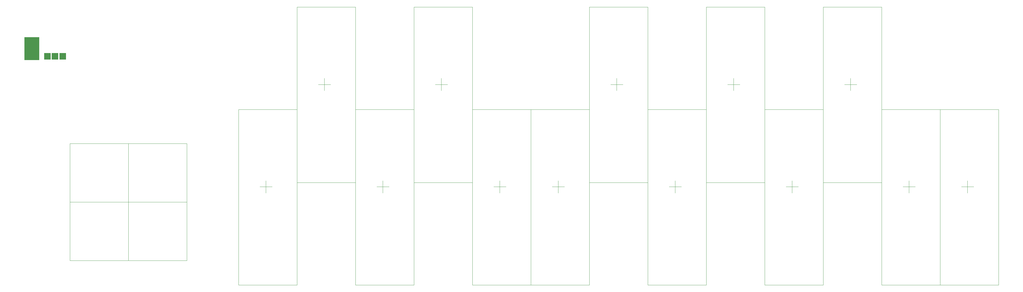
<source format=gbr>
G04 #@! TF.GenerationSoftware,KiCad,Pcbnew,8.0.3*
G04 #@! TF.CreationDate,2024-07-07T23:06:26-07:00*
G04 #@! TF.ProjectId,melokey,6d656c6f-6b65-4792-9e6b-696361645f70,rev?*
G04 #@! TF.SameCoordinates,Original*
G04 #@! TF.FileFunction,OtherDrawing,Comment*
%FSLAX46Y46*%
G04 Gerber Fmt 4.6, Leading zero omitted, Abs format (unit mm)*
G04 Created by KiCad (PCBNEW 8.0.3) date 2024-07-07 23:06:26*
%MOMM*%
%LPD*%
G01*
G04 APERTURE LIST*
%ADD10C,0.100000*%
G04 APERTURE END LIST*
D10*
G04 #@! TO.C,SW9*
X147478750Y-143192500D02*
X166528750Y-143192500D01*
X147478750Y-200342500D02*
X147478750Y-143192500D01*
X166528750Y-143192500D02*
X166528750Y-200342500D01*
X166528750Y-200342500D02*
X147478750Y-200342500D01*
G04 #@! TO.C,SW17*
X92551250Y-206693750D02*
X92551250Y-225743750D01*
X92551250Y-225743750D02*
X111601250Y-225743750D01*
X111601250Y-206693750D02*
X92551250Y-206693750D01*
X111601250Y-225743750D02*
X111601250Y-206693750D01*
G04 #@! TO.C,SW8*
X357028750Y-176530000D02*
X376078750Y-176530000D01*
X357028750Y-233680000D02*
X357028750Y-176530000D01*
X376078750Y-176530000D02*
X376078750Y-233680000D01*
X376078750Y-233680000D02*
X357028750Y-233680000D01*
G04 #@! TO.C,REF\u002A\u002A*
X346883750Y-203730000D02*
X346883750Y-199730000D01*
X348883750Y-201730000D02*
X344883750Y-201730000D01*
X327833750Y-170392500D02*
X327833750Y-166392500D01*
X329833750Y-168392500D02*
X325833750Y-168392500D01*
X175433750Y-203730000D02*
X175433750Y-199730000D01*
X177433750Y-201730000D02*
X173433750Y-201730000D01*
G04 #@! TO.C,SW2*
X166528750Y-176530000D02*
X185578750Y-176530000D01*
X166528750Y-233680000D02*
X166528750Y-176530000D01*
X185578750Y-176530000D02*
X185578750Y-233680000D01*
X185578750Y-233680000D02*
X166528750Y-233680000D01*
G04 #@! TO.C,SW13*
X318928750Y-143192500D02*
X337978750Y-143192500D01*
X318928750Y-200342500D02*
X318928750Y-143192500D01*
X337978750Y-143192500D02*
X337978750Y-200342500D01*
X337978750Y-200342500D02*
X318928750Y-200342500D01*
G04 #@! TO.C,SW10*
X185578750Y-143192500D02*
X204628750Y-143192500D01*
X185578750Y-200342500D02*
X185578750Y-143192500D01*
X204628750Y-143192500D02*
X204628750Y-200342500D01*
X204628750Y-200342500D02*
X185578750Y-200342500D01*
G04 #@! TO.C,REF\u002A\u002A*
X308783750Y-203730000D02*
X308783750Y-199730000D01*
X310783750Y-201730000D02*
X306783750Y-201730000D01*
X270683750Y-203730000D02*
X270683750Y-199730000D01*
X272683750Y-201730000D02*
X268683750Y-201730000D01*
G04 #@! TO.C,SW16*
X73501250Y-206693750D02*
X73501250Y-225743750D01*
X73501250Y-225743750D02*
X92551250Y-225743750D01*
X92551250Y-206693750D02*
X73501250Y-206693750D01*
X92551250Y-225743750D02*
X92551250Y-206693750D01*
G04 #@! TO.C,SW15*
X92551250Y-187643750D02*
X92551250Y-206693750D01*
X92551250Y-206693750D02*
X111601250Y-206693750D01*
X111601250Y-187643750D02*
X92551250Y-187643750D01*
X111601250Y-206693750D02*
X111601250Y-187643750D01*
G04 #@! TO.C,SW12*
X280828750Y-143192500D02*
X299878750Y-143192500D01*
X280828750Y-200342500D02*
X280828750Y-143192500D01*
X299878750Y-143192500D02*
X299878750Y-200342500D01*
X299878750Y-200342500D02*
X280828750Y-200342500D01*
G04 #@! TO.C,REF\u002A\u002A*
X156383750Y-170392500D02*
X156383750Y-166392500D01*
X158383750Y-168392500D02*
X154383750Y-168392500D01*
G04 #@! TO.C,SW3*
X204628750Y-176530000D02*
X223678750Y-176530000D01*
X204628750Y-233680000D02*
X204628750Y-176530000D01*
X223678750Y-176530000D02*
X223678750Y-233680000D01*
X223678750Y-233680000D02*
X204628750Y-233680000D01*
G04 #@! TO.C,SW7*
X337978750Y-176530000D02*
X357028750Y-176530000D01*
X337978750Y-233680000D02*
X337978750Y-176530000D01*
X357028750Y-176530000D02*
X357028750Y-233680000D01*
X357028750Y-233680000D02*
X337978750Y-233680000D01*
G04 #@! TO.C,REF\u002A\u002A*
X194483750Y-170392500D02*
X194483750Y-166392500D01*
X196483750Y-168392500D02*
X192483750Y-168392500D01*
X213533750Y-203730000D02*
X213533750Y-199730000D01*
X215533750Y-201730000D02*
X211533750Y-201730000D01*
X251633750Y-170392500D02*
X251633750Y-166392500D01*
X253633750Y-168392500D02*
X249633750Y-168392500D01*
G04 #@! TO.C,SW1*
X128428750Y-176530000D02*
X147478750Y-176530000D01*
X128428750Y-233680000D02*
X128428750Y-176530000D01*
X147478750Y-176530000D02*
X147478750Y-233680000D01*
X147478750Y-233680000D02*
X128428750Y-233680000D01*
G04 #@! TO.C,SW4*
X223678750Y-176530000D02*
X242728750Y-176530000D01*
X223678750Y-233680000D02*
X223678750Y-176530000D01*
X242728750Y-176530000D02*
X242728750Y-233680000D01*
X242728750Y-233680000D02*
X223678750Y-233680000D01*
G04 #@! TO.C,REF\u002A\u002A*
X365933750Y-203730000D02*
X365933750Y-199730000D01*
X367933750Y-201730000D02*
X363933750Y-201730000D01*
X232583750Y-203730000D02*
X232583750Y-199730000D01*
X234583750Y-201730000D02*
X230583750Y-201730000D01*
G04 #@! TO.C,U1*
X63388750Y-160387500D02*
X58688750Y-160387500D01*
X58688750Y-152987500D01*
X63388750Y-152987500D01*
X63388750Y-160387500D01*
G36*
X63388750Y-160387500D02*
G01*
X58688750Y-160387500D01*
X58688750Y-152987500D01*
X63388750Y-152987500D01*
X63388750Y-160387500D01*
G37*
X67088750Y-160187500D02*
X65088750Y-160187500D01*
X65088750Y-158187500D01*
X67088750Y-158187500D01*
X67088750Y-160187500D01*
G36*
X67088750Y-160187500D02*
G01*
X65088750Y-160187500D01*
X65088750Y-158187500D01*
X67088750Y-158187500D01*
X67088750Y-160187500D01*
G37*
X69588750Y-160187500D02*
X67588750Y-160187500D01*
X67588750Y-158187500D01*
X69588750Y-158187500D01*
X69588750Y-160187500D01*
G36*
X69588750Y-160187500D02*
G01*
X67588750Y-160187500D01*
X67588750Y-158187500D01*
X69588750Y-158187500D01*
X69588750Y-160187500D01*
G37*
X72088750Y-160187500D02*
X70088750Y-160187500D01*
X70088750Y-158187500D01*
X72088750Y-158187500D01*
X72088750Y-160187500D01*
G36*
X72088750Y-160187500D02*
G01*
X70088750Y-160187500D01*
X70088750Y-158187500D01*
X72088750Y-158187500D01*
X72088750Y-160187500D01*
G37*
G04 #@! TO.C,REF\u002A\u002A*
X289733750Y-170392500D02*
X289733750Y-166392500D01*
X291733750Y-168392500D02*
X287733750Y-168392500D01*
X137333750Y-203730000D02*
X137333750Y-199730000D01*
X139333750Y-201730000D02*
X135333750Y-201730000D01*
G04 #@! TO.C,SW6*
X299878750Y-176530000D02*
X318928750Y-176530000D01*
X299878750Y-233680000D02*
X299878750Y-176530000D01*
X318928750Y-176530000D02*
X318928750Y-233680000D01*
X318928750Y-233680000D02*
X299878750Y-233680000D01*
G04 #@! TO.C,SW5*
X261778750Y-176530000D02*
X280828750Y-176530000D01*
X261778750Y-233680000D02*
X261778750Y-176530000D01*
X280828750Y-176530000D02*
X280828750Y-233680000D01*
X280828750Y-233680000D02*
X261778750Y-233680000D01*
G04 #@! TO.C,SW14*
X73501250Y-187643750D02*
X73501250Y-206693750D01*
X73501250Y-206693750D02*
X92551250Y-206693750D01*
X92551250Y-187643750D02*
X73501250Y-187643750D01*
X92551250Y-206693750D02*
X92551250Y-187643750D01*
G04 #@! TO.C,SW11*
X242728750Y-143192500D02*
X261778750Y-143192500D01*
X242728750Y-200342500D02*
X242728750Y-143192500D01*
X261778750Y-143192500D02*
X261778750Y-200342500D01*
X261778750Y-200342500D02*
X242728750Y-200342500D01*
G04 #@! TD*
M02*

</source>
